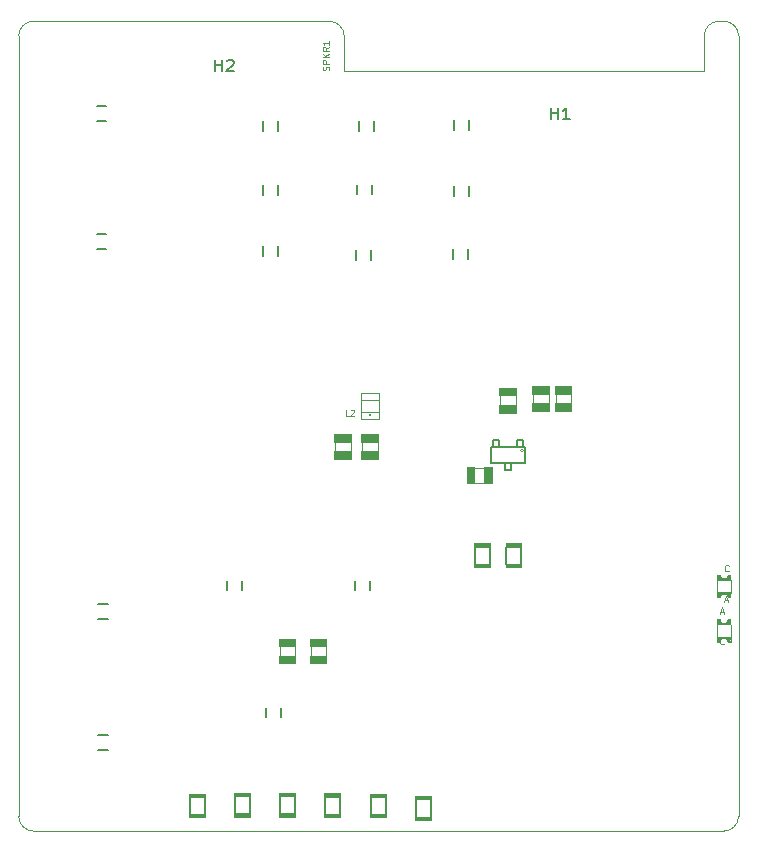
<source format=gbr>
%TF.GenerationSoftware,KiCad,Pcbnew,8.0.1*%
%TF.CreationDate,2025-01-16T17:49:12-07:00*%
%TF.ProjectId,WDM_RevB_v3,57444d5f-5265-4764-925f-76332e6b6963,rev?*%
%TF.SameCoordinates,Original*%
%TF.FileFunction,AssemblyDrawing,Top*%
%FSLAX46Y46*%
G04 Gerber Fmt 4.6, Leading zero omitted, Abs format (unit mm)*
G04 Created by KiCad (PCBNEW 8.0.1) date 2025-01-16 17:49:12*
%MOMM*%
%LPD*%
G01*
G04 APERTURE LIST*
%ADD10C,0.150000*%
%ADD11C,0.054864*%
%ADD12C,0.152400*%
%ADD13C,0.000000*%
%ADD14C,0.100000*%
%ADD15C,0.101600*%
%ADD16C,0.076200*%
%ADD17C,0.025400*%
%TA.AperFunction,Profile*%
%ADD18C,0.100000*%
%TD*%
G04 APERTURE END LIST*
D10*
X131538641Y-53680060D02*
X131538641Y-52680060D01*
X131538641Y-53156250D02*
X132110069Y-53156250D01*
X132110069Y-53680060D02*
X132110069Y-52680060D01*
X133110069Y-53680060D02*
X132538641Y-53680060D01*
X132824355Y-53680060D02*
X132824355Y-52680060D01*
X132824355Y-52680060D02*
X132729117Y-52822917D01*
X132729117Y-52822917D02*
X132633879Y-52918155D01*
X132633879Y-52918155D02*
X132538641Y-52965774D01*
D11*
X145871082Y-95364762D02*
X146135242Y-95364762D01*
X145818250Y-95523258D02*
X146003162Y-94968522D01*
X146003162Y-94968522D02*
X146188074Y-95523258D01*
X146135242Y-98070426D02*
X146108826Y-98096842D01*
X146108826Y-98096842D02*
X146029578Y-98123258D01*
X146029578Y-98123258D02*
X145976746Y-98123258D01*
X145976746Y-98123258D02*
X145897498Y-98096842D01*
X145897498Y-98096842D02*
X145844666Y-98044010D01*
X145844666Y-98044010D02*
X145818250Y-97991178D01*
X145818250Y-97991178D02*
X145791834Y-97885514D01*
X145791834Y-97885514D02*
X145791834Y-97806266D01*
X145791834Y-97806266D02*
X145818250Y-97700602D01*
X145818250Y-97700602D02*
X145844666Y-97647770D01*
X145844666Y-97647770D02*
X145897498Y-97594938D01*
X145897498Y-97594938D02*
X145976746Y-97568522D01*
X145976746Y-97568522D02*
X146029578Y-97568522D01*
X146029578Y-97568522D02*
X146108826Y-97594938D01*
X146108826Y-97594938D02*
X146135242Y-97621354D01*
X114402690Y-78802820D02*
X114138530Y-78802820D01*
X114138530Y-78802820D02*
X114138530Y-78248084D01*
X114561186Y-78300916D02*
X114587602Y-78274500D01*
X114587602Y-78274500D02*
X114640434Y-78248084D01*
X114640434Y-78248084D02*
X114772514Y-78248084D01*
X114772514Y-78248084D02*
X114825346Y-78274500D01*
X114825346Y-78274500D02*
X114851762Y-78300916D01*
X114851762Y-78300916D02*
X114878178Y-78353748D01*
X114878178Y-78353748D02*
X114878178Y-78406580D01*
X114878178Y-78406580D02*
X114851762Y-78485828D01*
X114851762Y-78485828D02*
X114534770Y-78802820D01*
X114534770Y-78802820D02*
X114878178Y-78802820D01*
D10*
X103090641Y-49616060D02*
X103090641Y-48616060D01*
X103090641Y-49092250D02*
X103662069Y-49092250D01*
X103662069Y-49616060D02*
X103662069Y-48616060D01*
X104090641Y-48711298D02*
X104138260Y-48663679D01*
X104138260Y-48663679D02*
X104233498Y-48616060D01*
X104233498Y-48616060D02*
X104471593Y-48616060D01*
X104471593Y-48616060D02*
X104566831Y-48663679D01*
X104566831Y-48663679D02*
X104614450Y-48711298D01*
X104614450Y-48711298D02*
X104662069Y-48806536D01*
X104662069Y-48806536D02*
X104662069Y-48901774D01*
X104662069Y-48901774D02*
X104614450Y-49044631D01*
X104614450Y-49044631D02*
X104043022Y-49616060D01*
X104043022Y-49616060D02*
X104662069Y-49616060D01*
D11*
X146218758Y-94388762D02*
X146482918Y-94388762D01*
X146165926Y-94547258D02*
X146350838Y-93992522D01*
X146350838Y-93992522D02*
X146535750Y-94547258D01*
X146562166Y-91894426D02*
X146535750Y-91920842D01*
X146535750Y-91920842D02*
X146456502Y-91947258D01*
X146456502Y-91947258D02*
X146403670Y-91947258D01*
X146403670Y-91947258D02*
X146324422Y-91920842D01*
X146324422Y-91920842D02*
X146271590Y-91868010D01*
X146271590Y-91868010D02*
X146245174Y-91815178D01*
X146245174Y-91815178D02*
X146218758Y-91709514D01*
X146218758Y-91709514D02*
X146218758Y-91630266D01*
X146218758Y-91630266D02*
X146245174Y-91524602D01*
X146245174Y-91524602D02*
X146271590Y-91471770D01*
X146271590Y-91471770D02*
X146324422Y-91418938D01*
X146324422Y-91418938D02*
X146403670Y-91392522D01*
X146403670Y-91392522D02*
X146456502Y-91392522D01*
X146456502Y-91392522D02*
X146535750Y-91418938D01*
X146535750Y-91418938D02*
X146562166Y-91445354D01*
X112715909Y-49527001D02*
X112742325Y-49447753D01*
X112742325Y-49447753D02*
X112742325Y-49315673D01*
X112742325Y-49315673D02*
X112715909Y-49262841D01*
X112715909Y-49262841D02*
X112689493Y-49236425D01*
X112689493Y-49236425D02*
X112636661Y-49210009D01*
X112636661Y-49210009D02*
X112583829Y-49210009D01*
X112583829Y-49210009D02*
X112530997Y-49236425D01*
X112530997Y-49236425D02*
X112504581Y-49262841D01*
X112504581Y-49262841D02*
X112478165Y-49315673D01*
X112478165Y-49315673D02*
X112451749Y-49421337D01*
X112451749Y-49421337D02*
X112425333Y-49474169D01*
X112425333Y-49474169D02*
X112398917Y-49500585D01*
X112398917Y-49500585D02*
X112346085Y-49527001D01*
X112346085Y-49527001D02*
X112293253Y-49527001D01*
X112293253Y-49527001D02*
X112240421Y-49500585D01*
X112240421Y-49500585D02*
X112214005Y-49474169D01*
X112214005Y-49474169D02*
X112187589Y-49421337D01*
X112187589Y-49421337D02*
X112187589Y-49289257D01*
X112187589Y-49289257D02*
X112214005Y-49210009D01*
X112742325Y-48972265D02*
X112187589Y-48972265D01*
X112187589Y-48972265D02*
X112187589Y-48760937D01*
X112187589Y-48760937D02*
X112214005Y-48708105D01*
X112214005Y-48708105D02*
X112240421Y-48681689D01*
X112240421Y-48681689D02*
X112293253Y-48655273D01*
X112293253Y-48655273D02*
X112372501Y-48655273D01*
X112372501Y-48655273D02*
X112425333Y-48681689D01*
X112425333Y-48681689D02*
X112451749Y-48708105D01*
X112451749Y-48708105D02*
X112478165Y-48760937D01*
X112478165Y-48760937D02*
X112478165Y-48972265D01*
X112742325Y-48417529D02*
X112187589Y-48417529D01*
X112742325Y-48100537D02*
X112425333Y-48338281D01*
X112187589Y-48100537D02*
X112504581Y-48417529D01*
X112742325Y-47545801D02*
X112478165Y-47730713D01*
X112742325Y-47862793D02*
X112187589Y-47862793D01*
X112187589Y-47862793D02*
X112187589Y-47651465D01*
X112187589Y-47651465D02*
X112214005Y-47598633D01*
X112214005Y-47598633D02*
X112240421Y-47572217D01*
X112240421Y-47572217D02*
X112293253Y-47545801D01*
X112293253Y-47545801D02*
X112372501Y-47545801D01*
X112372501Y-47545801D02*
X112425333Y-47572217D01*
X112425333Y-47572217D02*
X112451749Y-47598633D01*
X112451749Y-47598633D02*
X112478165Y-47651465D01*
X112478165Y-47651465D02*
X112478165Y-47862793D01*
X112742325Y-47017481D02*
X112742325Y-47334473D01*
X112742325Y-47175977D02*
X112187589Y-47175977D01*
X112187589Y-47175977D02*
X112266837Y-47228809D01*
X112266837Y-47228809D02*
X112319669Y-47281641D01*
X112319669Y-47281641D02*
X112346085Y-47334473D01*
D12*
%TO.C,R20*%
X123258146Y-65497041D02*
X123258146Y-64677041D01*
X124528146Y-65497041D02*
X124528146Y-64677041D01*
%TO.C,R24*%
X115028546Y-65580842D02*
X115028546Y-64760842D01*
X116298546Y-65580842D02*
X116298546Y-64760842D01*
%TO.C,R15*%
X107103746Y-54625841D02*
X107103746Y-53805841D01*
X108373746Y-54625841D02*
X108373746Y-53805841D01*
%TO.C,R33*%
X108607765Y-111035084D02*
X108607765Y-112457484D01*
X109877765Y-111035084D02*
X109877765Y-112457484D01*
D13*
G36*
X109953965Y-111060484D02*
G01*
X108531565Y-111060484D01*
X108531565Y-110704884D01*
X109953965Y-110704884D01*
X109953965Y-111060484D01*
G37*
G36*
X109953965Y-112787684D02*
G01*
X108531565Y-112787684D01*
X108531565Y-112432084D01*
X109953965Y-112432084D01*
X109953965Y-112787684D01*
G37*
D12*
%TO.C,R36*%
X120116600Y-111302800D02*
X120116600Y-112725200D01*
X121386600Y-111302800D02*
X121386600Y-112725200D01*
D13*
G36*
X121462800Y-111328200D02*
G01*
X120040400Y-111328200D01*
X120040400Y-110972600D01*
X121462800Y-110972600D01*
X121462800Y-111328200D01*
G37*
G36*
X121462800Y-113055400D02*
G01*
X120040400Y-113055400D01*
X120040400Y-112699800D01*
X121462800Y-112699800D01*
X121462800Y-113055400D01*
G37*
D12*
%TO.C,U5*%
X126444885Y-81440429D02*
X126444885Y-82761229D01*
X126444885Y-82761229D02*
X129340485Y-82761229D01*
X126622685Y-80856229D02*
X126622685Y-81440429D01*
X126622685Y-81440429D02*
X127130685Y-81440429D01*
X127130685Y-80856229D02*
X126622685Y-80856229D01*
X127130685Y-81440429D02*
X127130685Y-80856229D01*
X127638685Y-82761229D02*
X127638685Y-83345429D01*
X127638685Y-83345429D02*
X128146685Y-83345429D01*
X128146685Y-82761229D02*
X127638685Y-82761229D01*
X128146685Y-83345429D02*
X128146685Y-82761229D01*
X128654685Y-80856229D02*
X128654685Y-81440429D01*
X128654685Y-81440429D02*
X129162685Y-81440429D01*
X129162685Y-80856229D02*
X128654685Y-80856229D01*
X129162685Y-81440429D02*
X129162685Y-80856229D01*
X129340485Y-81440429D02*
X126444885Y-81440429D01*
X129340485Y-82761229D02*
X129340485Y-81440429D01*
D14*
X128959485Y-81694429D02*
G75*
G02*
X129213485Y-81694429I127000J0D01*
G01*
X129213485Y-81694429D02*
G75*
G02*
X128959485Y-81694429I-127000J0D01*
G01*
D12*
%TO.C,R25*%
X123332606Y-54557440D02*
X123332606Y-53737440D01*
X124602606Y-54557440D02*
X124602606Y-53737440D01*
%TO.C,R26*%
X123308946Y-60163041D02*
X123308946Y-59343041D01*
X124578946Y-60163041D02*
X124578946Y-59343041D01*
%TO.C,R39*%
X125087212Y-91317207D02*
X125087212Y-89894807D01*
X126357212Y-91317207D02*
X126357212Y-89894807D01*
D13*
G36*
X126433412Y-89920207D02*
G01*
X125011012Y-89920207D01*
X125011012Y-89564607D01*
X126433412Y-89564607D01*
X126433412Y-89920207D01*
G37*
G36*
X126433412Y-91647407D02*
G01*
X125011012Y-91647407D01*
X125011012Y-91291807D01*
X126433412Y-91291807D01*
X126433412Y-91647407D01*
G37*
D12*
%TO.C,R14*%
X93866000Y-52578000D02*
X93046000Y-52578000D01*
X93866000Y-53848000D02*
X93046000Y-53848000D01*
D15*
%TO.C,C7*%
X108551946Y-99111241D02*
X108551946Y-98349241D01*
X109871946Y-99086241D02*
X109871946Y-98349241D01*
D13*
G36*
X109935846Y-98374641D02*
G01*
X108485746Y-98374641D01*
X108485746Y-97624541D01*
X109935846Y-97624541D01*
X109935846Y-98374641D01*
G37*
G36*
X109935846Y-99822441D02*
G01*
X108485746Y-99822441D01*
X108485746Y-99072341D01*
X109935846Y-99072341D01*
X109935846Y-99822441D01*
G37*
D12*
%TO.C,R40*%
X127754212Y-91317207D02*
X127754212Y-89894807D01*
X129024212Y-91317207D02*
X129024212Y-89894807D01*
D13*
G36*
X129100412Y-89920207D02*
G01*
X127678012Y-89920207D01*
X127678012Y-89564607D01*
X129100412Y-89564607D01*
X129100412Y-89920207D01*
G37*
G36*
X129100412Y-91647407D02*
G01*
X127678012Y-91647407D01*
X127678012Y-91291807D01*
X129100412Y-91291807D01*
X129100412Y-91647407D01*
G37*
D12*
%TO.C,R34*%
X112395000Y-111065600D02*
X112395000Y-112488000D01*
X113665000Y-111065600D02*
X113665000Y-112488000D01*
D13*
G36*
X113741200Y-111091000D02*
G01*
X112318800Y-111091000D01*
X112318800Y-110735400D01*
X113741200Y-110735400D01*
X113741200Y-111091000D01*
G37*
G36*
X113741200Y-112818200D02*
G01*
X112318800Y-112818200D01*
X112318800Y-112462600D01*
X113741200Y-112462600D01*
X113741200Y-112818200D01*
G37*
D15*
%TO.C,C8*%
X111193546Y-99111241D02*
X111193546Y-98349241D01*
X112513546Y-99086241D02*
X112513546Y-98349241D01*
D13*
G36*
X112577446Y-98374641D02*
G01*
X111127346Y-98374641D01*
X111127346Y-97624541D01*
X112577446Y-97624541D01*
X112577446Y-98374641D01*
G37*
G36*
X112577446Y-99822441D02*
G01*
X111127346Y-99822441D01*
X111127346Y-99072341D01*
X112577446Y-99072341D01*
X112577446Y-99822441D01*
G37*
D12*
%TO.C,R27*%
X114913346Y-93538641D02*
X114913346Y-92718641D01*
X116183346Y-93538641D02*
X116183346Y-92718641D01*
%TO.C,R32*%
X104800400Y-111040200D02*
X104800400Y-112462600D01*
X106070400Y-111040200D02*
X106070400Y-112462600D01*
D13*
G36*
X106146600Y-111065600D02*
G01*
X104724200Y-111065600D01*
X104724200Y-110710000D01*
X106146600Y-110710000D01*
X106146600Y-111065600D01*
G37*
G36*
X106146600Y-112792800D02*
G01*
X104724200Y-112792800D01*
X104724200Y-112437200D01*
X106146600Y-112437200D01*
X106146600Y-112792800D01*
G37*
D12*
%TO.C,R16*%
X107136548Y-60031041D02*
X107136548Y-59211041D01*
X108406548Y-60031041D02*
X108406548Y-59211041D01*
%TO.C,R22*%
X107136548Y-65243041D02*
X107136548Y-64423041D01*
X108406548Y-65243041D02*
X108406548Y-64423041D01*
%TO.C,R28*%
X104106546Y-93538641D02*
X104106546Y-92718641D01*
X105376546Y-93538641D02*
X105376546Y-92718641D01*
%TO.C,R17*%
X115296293Y-54612008D02*
X115296293Y-53792008D01*
X116566293Y-54612008D02*
X116566293Y-53792008D01*
%TO.C,R21*%
X107399146Y-104292241D02*
X107399146Y-103472241D01*
X108669146Y-104292241D02*
X108669146Y-103472241D01*
D15*
%TO.C,D2*%
X145602000Y-97519000D02*
X145602000Y-96469000D01*
X146752000Y-96494000D02*
X146752000Y-97919000D01*
X145827001Y-97918998D02*
G75*
G02*
X146526999Y-97919000I349999J-54201D01*
G01*
X146526999Y-96069000D02*
G75*
G02*
X145827001Y-96069002I-349999J54199D01*
G01*
D16*
X146730000Y-97844000D02*
G75*
G02*
X146524000Y-97844000I-103000J0D01*
G01*
X146524000Y-97844000D02*
G75*
G02*
X146730000Y-97844000I103000J0D01*
G01*
D13*
G36*
X145877000Y-96494000D02*
G01*
X145552000Y-96494000D01*
X145552000Y-95994000D01*
X145877000Y-95994000D01*
X145877000Y-96494000D01*
G37*
G36*
X145877000Y-97994000D02*
G01*
X145552000Y-97994000D01*
X145552000Y-97494000D01*
X145877000Y-97494000D01*
X145877000Y-97994000D01*
G37*
G36*
X146002000Y-96494000D02*
G01*
X145852000Y-96494000D01*
X145852000Y-96244000D01*
X146002000Y-96244000D01*
X146002000Y-96494000D01*
G37*
G36*
X146002000Y-97744000D02*
G01*
X145852000Y-97744000D01*
X145852000Y-97494000D01*
X146002000Y-97494000D01*
X146002000Y-97744000D01*
G37*
G36*
X146377000Y-96494000D02*
G01*
X145977000Y-96494000D01*
X145977000Y-96319000D01*
X146377000Y-96319000D01*
X146377000Y-96494000D01*
G37*
G36*
X146377000Y-97669000D02*
G01*
X145977000Y-97669000D01*
X145977000Y-97494000D01*
X146377000Y-97494000D01*
X146377000Y-97669000D01*
G37*
G36*
X146502000Y-96494000D02*
G01*
X146352000Y-96494000D01*
X146352000Y-96244000D01*
X146502000Y-96244000D01*
X146502000Y-96494000D01*
G37*
G36*
X146502000Y-97744000D02*
G01*
X146352000Y-97744000D01*
X146352000Y-97494000D01*
X146502000Y-97494000D01*
X146502000Y-97744000D01*
G37*
G36*
X146777000Y-97756000D02*
G01*
X146477000Y-97756000D01*
X146477000Y-97494000D01*
X146777000Y-97494000D01*
X146777000Y-97756000D01*
G37*
G36*
X146802000Y-96494000D02*
G01*
X146477000Y-96494000D01*
X146477000Y-95994000D01*
X146802000Y-95994000D01*
X146802000Y-96494000D01*
G37*
G36*
X146802000Y-97994000D02*
G01*
X146477000Y-97994000D01*
X146477000Y-97919000D01*
X146802000Y-97919000D01*
X146802000Y-97994000D01*
G37*
D12*
%TO.C,R35*%
X116255800Y-111080800D02*
X116255800Y-112503200D01*
X117525800Y-111080800D02*
X117525800Y-112503200D01*
D13*
G36*
X117602000Y-111106200D02*
G01*
X116179600Y-111106200D01*
X116179600Y-110750600D01*
X117602000Y-110750600D01*
X117602000Y-111106200D01*
G37*
G36*
X117602000Y-112833400D02*
G01*
X116179600Y-112833400D01*
X116179600Y-112477800D01*
X117602000Y-112477800D01*
X117602000Y-112833400D01*
G37*
D12*
%TO.C,R31*%
X100990400Y-111099600D02*
X100990400Y-112522000D01*
X102260400Y-111099600D02*
X102260400Y-112522000D01*
D13*
G36*
X102336600Y-111125000D02*
G01*
X100914200Y-111125000D01*
X100914200Y-110769400D01*
X102336600Y-110769400D01*
X102336600Y-111125000D01*
G37*
G36*
X102336600Y-112852200D02*
G01*
X100914200Y-112852200D01*
X100914200Y-112496600D01*
X102336600Y-112496600D01*
X102336600Y-112852200D01*
G37*
D17*
%TO.C,L2*%
X115472212Y-76854207D02*
X115472212Y-77454207D01*
X115472212Y-76854207D02*
X115472212Y-79054207D01*
X115472212Y-77454207D02*
X116922212Y-77454207D01*
X115472212Y-78454207D02*
X115472212Y-79054207D01*
X115472212Y-79054207D02*
X116922212Y-79054207D01*
X115472212Y-79054207D02*
X116922212Y-79054207D01*
X116922212Y-76854207D02*
X115472212Y-76854207D01*
X116922212Y-76854207D02*
X115472212Y-76854207D01*
X116922212Y-77454207D02*
X116922212Y-76854207D01*
X116922212Y-78454207D02*
X115472212Y-78454207D01*
X116922212Y-79054207D02*
X116922212Y-76854207D01*
X116922212Y-79054207D02*
X116922212Y-78454207D01*
X116273412Y-78703407D02*
G75*
G02*
X116121012Y-78703407I-76200J0D01*
G01*
X116121012Y-78703407D02*
G75*
G02*
X116273412Y-78703407I76200J0D01*
G01*
D15*
%TO.C,C11*%
X131928000Y-76987000D02*
X131928000Y-77724000D01*
X133248000Y-76962000D02*
X133248000Y-77724000D01*
D13*
G36*
X133314200Y-77000900D02*
G01*
X131864100Y-77000900D01*
X131864100Y-76250800D01*
X133314200Y-76250800D01*
X133314200Y-77000900D01*
G37*
G36*
X133314200Y-78448700D02*
G01*
X131864100Y-78448700D01*
X131864100Y-77698600D01*
X133314200Y-77698600D01*
X133314200Y-78448700D01*
G37*
D15*
%TO.C,C17*%
X115537212Y-81040007D02*
X115537212Y-81777007D01*
X116857212Y-81015007D02*
X116857212Y-81777007D01*
D13*
G36*
X116923412Y-81053907D02*
G01*
X115473312Y-81053907D01*
X115473312Y-80303807D01*
X116923412Y-80303807D01*
X116923412Y-81053907D01*
G37*
G36*
X116923412Y-82501707D02*
G01*
X115473312Y-82501707D01*
X115473312Y-81751607D01*
X116923412Y-81751607D01*
X116923412Y-82501707D01*
G37*
D15*
%TO.C,D3*%
X145602000Y-93718000D02*
X145602000Y-92293000D01*
X146752000Y-92693000D02*
X146752000Y-93743000D01*
X145827001Y-94143000D02*
G75*
G02*
X146526999Y-94142998I349999J-54199D01*
G01*
X146526999Y-92293002D02*
G75*
G02*
X145827001Y-92293000I-349999J54201D01*
G01*
D16*
X145830000Y-92368000D02*
G75*
G02*
X145624000Y-92368000I-103000J0D01*
G01*
X145624000Y-92368000D02*
G75*
G02*
X145830000Y-92368000I103000J0D01*
G01*
D13*
G36*
X145877000Y-92293000D02*
G01*
X145552000Y-92293000D01*
X145552000Y-92218000D01*
X145877000Y-92218000D01*
X145877000Y-92293000D01*
G37*
G36*
X145877000Y-94218000D02*
G01*
X145552000Y-94218000D01*
X145552000Y-93718000D01*
X145877000Y-93718000D01*
X145877000Y-94218000D01*
G37*
G36*
X145877000Y-92718000D02*
G01*
X145577000Y-92718000D01*
X145577000Y-92456000D01*
X145877000Y-92456000D01*
X145877000Y-92718000D01*
G37*
G36*
X146002000Y-92718000D02*
G01*
X145852000Y-92718000D01*
X145852000Y-92468000D01*
X146002000Y-92468000D01*
X146002000Y-92718000D01*
G37*
G36*
X146002000Y-93968000D02*
G01*
X145852000Y-93968000D01*
X145852000Y-93718000D01*
X146002000Y-93718000D01*
X146002000Y-93968000D01*
G37*
G36*
X146377000Y-92718000D02*
G01*
X145977000Y-92718000D01*
X145977000Y-92543000D01*
X146377000Y-92543000D01*
X146377000Y-92718000D01*
G37*
G36*
X146377000Y-93893000D02*
G01*
X145977000Y-93893000D01*
X145977000Y-93718000D01*
X146377000Y-93718000D01*
X146377000Y-93893000D01*
G37*
G36*
X146502000Y-92718000D02*
G01*
X146352000Y-92718000D01*
X146352000Y-92468000D01*
X146502000Y-92468000D01*
X146502000Y-92718000D01*
G37*
G36*
X146502000Y-93968000D02*
G01*
X146352000Y-93968000D01*
X146352000Y-93718000D01*
X146502000Y-93718000D01*
X146502000Y-93968000D01*
G37*
G36*
X146802000Y-92718000D02*
G01*
X146477000Y-92718000D01*
X146477000Y-92218000D01*
X146802000Y-92218000D01*
X146802000Y-92718000D01*
G37*
G36*
X146802000Y-94218000D02*
G01*
X146477000Y-94218000D01*
X146477000Y-93718000D01*
X146802000Y-93718000D01*
X146802000Y-94218000D01*
G37*
D15*
%TO.C,C18*%
X113259000Y-81074007D02*
X113259000Y-81811007D01*
X114579000Y-81049007D02*
X114579000Y-81811007D01*
D13*
G36*
X114645200Y-81087907D02*
G01*
X113195100Y-81087907D01*
X113195100Y-80337807D01*
X114645200Y-80337807D01*
X114645200Y-81087907D01*
G37*
G36*
X114645200Y-82535707D02*
G01*
X113195100Y-82535707D01*
X113195100Y-81785607D01*
X114645200Y-81785607D01*
X114645200Y-82535707D01*
G37*
D12*
%TO.C,R37*%
X94009000Y-94742000D02*
X93189000Y-94742000D01*
X94009000Y-96012000D02*
X93189000Y-96012000D01*
%TO.C,R29*%
X94009000Y-105791000D02*
X93189000Y-105791000D01*
X94009000Y-107061000D02*
X93189000Y-107061000D01*
%TO.C,R19*%
X115079346Y-60010641D02*
X115079346Y-59190641D01*
X116349346Y-60010641D02*
X116349346Y-59190641D01*
D15*
%TO.C,C12*%
X125087212Y-83149007D02*
X125849212Y-83149007D01*
X125112212Y-84469007D02*
X125849212Y-84469007D01*
D13*
G36*
X125126112Y-84532907D02*
G01*
X124376012Y-84532907D01*
X124376012Y-83082807D01*
X125126112Y-83082807D01*
X125126112Y-84532907D01*
G37*
G36*
X126573912Y-84532907D02*
G01*
X125823812Y-84532907D01*
X125823812Y-83082807D01*
X126573912Y-83082807D01*
X126573912Y-84532907D01*
G37*
D12*
%TO.C,R23*%
X93882000Y-63373000D02*
X93062000Y-63373000D01*
X93882000Y-64643000D02*
X93062000Y-64643000D01*
D15*
%TO.C,C10*%
X130015212Y-76987000D02*
X130015212Y-77724000D01*
X131335212Y-76962000D02*
X131335212Y-77724000D01*
D13*
G36*
X131401412Y-77000900D02*
G01*
X129951312Y-77000900D01*
X129951312Y-76250800D01*
X131401412Y-76250800D01*
X131401412Y-77000900D01*
G37*
G36*
X131401412Y-78448700D02*
G01*
X129951312Y-78448700D01*
X129951312Y-77698600D01*
X131401412Y-77698600D01*
X131401412Y-78448700D01*
G37*
D15*
%TO.C,C9*%
X127221212Y-77114000D02*
X127221212Y-77851000D01*
X128541212Y-77089000D02*
X128541212Y-77851000D01*
D13*
G36*
X128607412Y-77127900D02*
G01*
X127157312Y-77127900D01*
X127157312Y-76377800D01*
X128607412Y-76377800D01*
X128607412Y-77127900D01*
G37*
G36*
X128607412Y-78575700D02*
G01*
X127157312Y-78575700D01*
X127157312Y-77825600D01*
X128607412Y-77825600D01*
X128607412Y-78575700D01*
G37*
%TD*%
D18*
X114012546Y-46621241D02*
X114012546Y-49542241D01*
X114012546Y-49542241D02*
X144492546Y-49542241D01*
X144492546Y-46621241D02*
G75*
G02*
X145762546Y-45351246I1269954J41D01*
G01*
X144492546Y-49542241D02*
X144492546Y-46621241D01*
X146143546Y-45351241D02*
G75*
G02*
X147413459Y-46621241I-46J-1269959D01*
G01*
X146143546Y-113931241D02*
X87723546Y-113931241D01*
X147413546Y-112661241D02*
G75*
G02*
X146143546Y-113931246I-1270046J41D01*
G01*
X86453546Y-46621241D02*
G75*
G02*
X87723546Y-45351246I1269954J41D01*
G01*
X147413546Y-46621241D02*
X147413546Y-112661241D01*
X87723546Y-45351241D02*
X112742546Y-45351241D01*
X86451424Y-46621241D02*
X86451424Y-112661241D01*
X87723546Y-113931241D02*
G75*
G02*
X86453459Y-112661241I-46J1270041D01*
G01*
X145762546Y-45351241D02*
X146143546Y-45351241D01*
X112742546Y-45351241D02*
G75*
G02*
X114012459Y-46621241I-46J-1269959D01*
G01*
M02*

</source>
